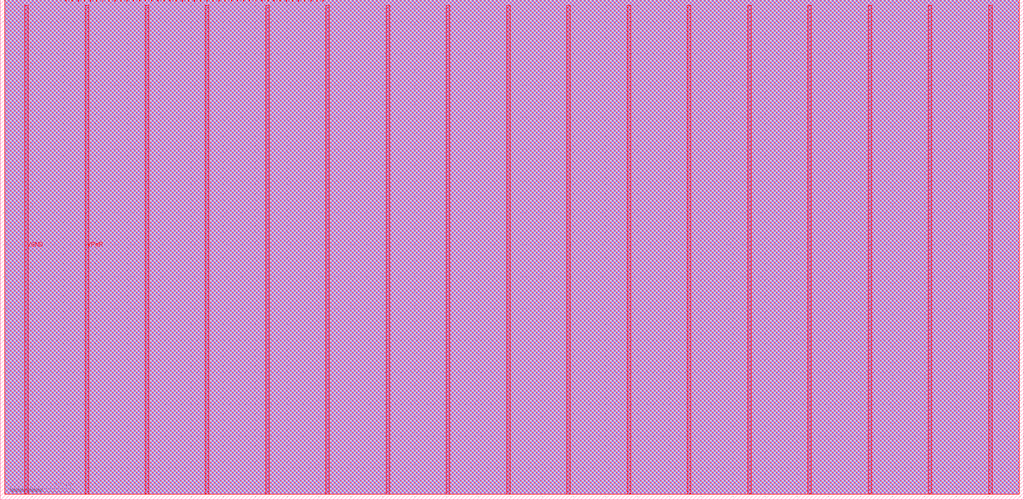
<source format=lef>
VERSION 5.8 ;
BUSBITCHARS "[]" ;
DIVIDERCHAR "/" ;
UNITS
    DATABASE MICRONS 1000 ;
END UNITS

VIA tt_um_2048_vga_game_via1_2_2200_440_1_5_410_410
  VIARULE via1Array ;
  CUTSIZE 0.19 0.19 ;
  LAYERS Metal1 Via1 Metal2 ;
  CUTSPACING 0.22 0.22 ;
  ENCLOSURE 0.01 0.125 0.05 0.005 ;
  ROWCOL 1 5 ;
END tt_um_2048_vga_game_via1_2_2200_440_1_5_410_410

VIA tt_um_2048_vga_game_via2_3_2200_440_1_5_410_410
  VIARULE via2Array ;
  CUTSIZE 0.19 0.19 ;
  LAYERS Metal2 Via2 Metal3 ;
  CUTSPACING 0.22 0.22 ;
  ENCLOSURE 0.05 0.005 0.005 0.05 ;
  ROWCOL 1 5 ;
END tt_um_2048_vga_game_via2_3_2200_440_1_5_410_410

VIA tt_um_2048_vga_game_via3_4_2200_440_1_5_410_410
  VIARULE via3Array ;
  CUTSIZE 0.19 0.19 ;
  LAYERS Metal3 Via3 Metal4 ;
  CUTSPACING 0.22 0.22 ;
  ENCLOSURE 0.005 0.05 0.05 0.005 ;
  ROWCOL 1 5 ;
END tt_um_2048_vga_game_via3_4_2200_440_1_5_410_410

VIA tt_um_2048_vga_game_via4_5_2200_440_1_5_410_410
  VIARULE via4Array ;
  CUTSIZE 0.19 0.19 ;
  LAYERS Metal4 Via4 Metal5 ;
  CUTSPACING 0.22 0.22 ;
  ENCLOSURE 0.05 0.005 0.185 0.05 ;
  ROWCOL 1 5 ;
END tt_um_2048_vga_game_via4_5_2200_440_1_5_410_410

MACRO tt_um_2048_vga_game
  FOREIGN tt_um_2048_vga_game 0 0 ;
  CLASS BLOCK ;
  SIZE 642.24 BY 313.74 ;
  PIN clk
    DIRECTION INPUT ;
    USE SIGNAL ;
    PORT
      LAYER Metal5 ;
        RECT  198.57 312.74 198.87 313.74 ;
    END
  END clk
  PIN ena
    DIRECTION INPUT ;
    USE SIGNAL ;
    PORT
      LAYER Metal5 ;
        RECT  202.41 312.74 202.71 313.74 ;
    END
  END ena
  PIN rst_n
    DIRECTION INPUT ;
    USE SIGNAL ;
    PORT
      LAYER Metal5 ;
        RECT  194.73 312.74 195.03 313.74 ;
    END
  END rst_n
  PIN ui_in[0]
    DIRECTION INPUT ;
    USE SIGNAL ;
    PORT
      LAYER Metal5 ;
        RECT  190.89 312.74 191.19 313.74 ;
    END
  END ui_in[0]
  PIN ui_in[1]
    DIRECTION INPUT ;
    USE SIGNAL ;
    PORT
      LAYER Metal5 ;
        RECT  187.05 312.74 187.35 313.74 ;
    END
  END ui_in[1]
  PIN ui_in[2]
    DIRECTION INPUT ;
    USE SIGNAL ;
    PORT
      LAYER Metal5 ;
        RECT  183.21 312.74 183.51 313.74 ;
    END
  END ui_in[2]
  PIN ui_in[3]
    DIRECTION INPUT ;
    USE SIGNAL ;
    PORT
      LAYER Metal5 ;
        RECT  179.37 312.74 179.67 313.74 ;
    END
  END ui_in[3]
  PIN ui_in[4]
    DIRECTION INPUT ;
    USE SIGNAL ;
    PORT
      LAYER Metal5 ;
        RECT  175.53 312.74 175.83 313.74 ;
    END
  END ui_in[4]
  PIN ui_in[5]
    DIRECTION INPUT ;
    USE SIGNAL ;
    PORT
      LAYER Metal5 ;
        RECT  171.69 312.74 171.99 313.74 ;
    END
  END ui_in[5]
  PIN ui_in[6]
    DIRECTION INPUT ;
    USE SIGNAL ;
    PORT
      LAYER Metal5 ;
        RECT  167.85 312.74 168.15 313.74 ;
    END
  END ui_in[6]
  PIN ui_in[7]
    DIRECTION INPUT ;
    USE SIGNAL ;
    PORT
      LAYER Metal5 ;
        RECT  164.01 312.74 164.31 313.74 ;
    END
  END ui_in[7]
  PIN uio_in[0]
    DIRECTION INPUT ;
    USE SIGNAL ;
    PORT
      LAYER Metal5 ;
        RECT  160.17 312.74 160.47 313.74 ;
    END
  END uio_in[0]
  PIN uio_in[1]
    DIRECTION INPUT ;
    USE SIGNAL ;
    PORT
      LAYER Metal5 ;
        RECT  156.33 312.74 156.63 313.74 ;
    END
  END uio_in[1]
  PIN uio_in[2]
    DIRECTION INPUT ;
    USE SIGNAL ;
    PORT
      LAYER Metal5 ;
        RECT  152.49 312.74 152.79 313.74 ;
    END
  END uio_in[2]
  PIN uio_in[3]
    DIRECTION INPUT ;
    USE SIGNAL ;
    PORT
      LAYER Metal5 ;
        RECT  148.65 312.74 148.95 313.74 ;
    END
  END uio_in[3]
  PIN uio_in[4]
    DIRECTION INPUT ;
    USE SIGNAL ;
    PORT
      LAYER Metal5 ;
        RECT  144.81 312.74 145.11 313.74 ;
    END
  END uio_in[4]
  PIN uio_in[5]
    DIRECTION INPUT ;
    USE SIGNAL ;
    PORT
      LAYER Metal5 ;
        RECT  140.97 312.74 141.27 313.74 ;
    END
  END uio_in[5]
  PIN uio_in[6]
    DIRECTION INPUT ;
    USE SIGNAL ;
    PORT
      LAYER Metal5 ;
        RECT  137.13 312.74 137.43 313.74 ;
    END
  END uio_in[6]
  PIN uio_in[7]
    DIRECTION INPUT ;
    USE SIGNAL ;
    PORT
      LAYER Metal5 ;
        RECT  133.29 312.74 133.59 313.74 ;
    END
  END uio_in[7]
  PIN uio_oe[0]
    DIRECTION OUTPUT ;
    USE SIGNAL ;
    PORT
      LAYER Metal5 ;
        RECT  68.01 312.74 68.31 313.74 ;
    END
  END uio_oe[0]
  PIN uio_oe[1]
    DIRECTION OUTPUT ;
    USE SIGNAL ;
    PORT
      LAYER Metal5 ;
        RECT  64.17 312.74 64.47 313.74 ;
    END
  END uio_oe[1]
  PIN uio_oe[2]
    DIRECTION OUTPUT ;
    USE SIGNAL ;
    PORT
      LAYER Metal5 ;
        RECT  60.33 312.74 60.63 313.74 ;
    END
  END uio_oe[2]
  PIN uio_oe[3]
    DIRECTION OUTPUT ;
    USE SIGNAL ;
    PORT
      LAYER Metal5 ;
        RECT  56.49 312.74 56.79 313.74 ;
    END
  END uio_oe[3]
  PIN uio_oe[4]
    DIRECTION OUTPUT ;
    USE SIGNAL ;
    PORT
      LAYER Metal5 ;
        RECT  52.65 312.74 52.95 313.74 ;
    END
  END uio_oe[4]
  PIN uio_oe[5]
    DIRECTION OUTPUT ;
    USE SIGNAL ;
    PORT
      LAYER Metal5 ;
        RECT  48.81 312.74 49.11 313.74 ;
    END
  END uio_oe[5]
  PIN uio_oe[6]
    DIRECTION OUTPUT ;
    USE SIGNAL ;
    PORT
      LAYER Metal5 ;
        RECT  44.97 312.74 45.27 313.74 ;
    END
  END uio_oe[6]
  PIN uio_oe[7]
    DIRECTION OUTPUT ;
    USE SIGNAL ;
    PORT
      LAYER Metal5 ;
        RECT  41.13 312.74 41.43 313.74 ;
    END
  END uio_oe[7]
  PIN uio_out[0]
    DIRECTION OUTPUT ;
    USE SIGNAL ;
    PORT
      LAYER Metal5 ;
        RECT  98.73 312.74 99.03 313.74 ;
    END
  END uio_out[0]
  PIN uio_out[1]
    DIRECTION OUTPUT ;
    USE SIGNAL ;
    PORT
      LAYER Metal5 ;
        RECT  94.89 312.74 95.19 313.74 ;
    END
  END uio_out[1]
  PIN uio_out[2]
    DIRECTION OUTPUT ;
    USE SIGNAL ;
    PORT
      LAYER Metal5 ;
        RECT  91.05 312.74 91.35 313.74 ;
    END
  END uio_out[2]
  PIN uio_out[3]
    DIRECTION OUTPUT ;
    USE SIGNAL ;
    PORT
      LAYER Metal5 ;
        RECT  87.21 312.74 87.51 313.74 ;
    END
  END uio_out[3]
  PIN uio_out[4]
    DIRECTION OUTPUT ;
    USE SIGNAL ;
    PORT
      LAYER Metal5 ;
        RECT  83.37 312.74 83.67 313.74 ;
    END
  END uio_out[4]
  PIN uio_out[5]
    DIRECTION OUTPUT ;
    USE SIGNAL ;
    PORT
      LAYER Metal5 ;
        RECT  79.53 312.74 79.83 313.74 ;
    END
  END uio_out[5]
  PIN uio_out[6]
    DIRECTION OUTPUT ;
    USE SIGNAL ;
    PORT
      LAYER Metal5 ;
        RECT  75.69 312.74 75.99 313.74 ;
    END
  END uio_out[6]
  PIN uio_out[7]
    DIRECTION OUTPUT ;
    USE SIGNAL ;
    PORT
      LAYER Metal5 ;
        RECT  71.85 312.74 72.15 313.74 ;
    END
  END uio_out[7]
  PIN uo_out[0]
    DIRECTION OUTPUT ;
    USE SIGNAL ;
    PORT
      LAYER Metal5 ;
        RECT  129.45 312.74 129.75 313.74 ;
    END
  END uo_out[0]
  PIN uo_out[1]
    DIRECTION OUTPUT ;
    USE SIGNAL ;
    PORT
      LAYER Metal5 ;
        RECT  125.61 312.74 125.91 313.74 ;
    END
  END uo_out[1]
  PIN uo_out[2]
    DIRECTION OUTPUT ;
    USE SIGNAL ;
    PORT
      LAYER Metal5 ;
        RECT  121.77 312.74 122.07 313.74 ;
    END
  END uo_out[2]
  PIN uo_out[3]
    DIRECTION OUTPUT ;
    USE SIGNAL ;
    PORT
      LAYER Metal5 ;
        RECT  117.93 312.74 118.23 313.74 ;
    END
  END uo_out[3]
  PIN uo_out[4]
    DIRECTION OUTPUT ;
    USE SIGNAL ;
    PORT
      LAYER Metal5 ;
        RECT  114.09 312.74 114.39 313.74 ;
    END
  END uo_out[4]
  PIN uo_out[5]
    DIRECTION OUTPUT ;
    USE SIGNAL ;
    PORT
      LAYER Metal5 ;
        RECT  110.25 312.74 110.55 313.74 ;
    END
  END uo_out[5]
  PIN uo_out[6]
    DIRECTION OUTPUT ;
    USE SIGNAL ;
    PORT
      LAYER Metal5 ;
        RECT  106.41 312.74 106.71 313.74 ;
    END
  END uo_out[6]
  PIN uo_out[7]
    DIRECTION OUTPUT ;
    USE SIGNAL ;
    PORT
      LAYER Metal5 ;
        RECT  102.57 312.74 102.87 313.74 ;
    END
  END uo_out[7]
  PIN VGND
    DIRECTION INOUT ;
    USE GROUND ;
    PORT
      LAYER Metal5 ;
        RECT  620.18 3.56 622.38 310.18 ;
        RECT  544.58 3.56 546.78 310.18 ;
        RECT  468.98 3.56 471.18 310.18 ;
        RECT  393.38 3.56 395.58 310.18 ;
        RECT  317.78 3.56 319.98 310.18 ;
        RECT  242.18 3.56 244.38 310.18 ;
        RECT  166.58 3.56 168.78 310.18 ;
        RECT  90.98 3.56 93.18 310.18 ;
        RECT  15.38 3.56 17.58 310.18 ;
    END
  END VGND
  PIN VPWR
    DIRECTION INOUT ;
    USE POWER ;
    PORT
      LAYER Metal5 ;
        RECT  582.38 3.56 584.58 310.18 ;
        RECT  506.78 3.56 508.98 310.18 ;
        RECT  431.18 3.56 433.38 310.18 ;
        RECT  355.58 3.56 357.78 310.18 ;
        RECT  279.98 3.56 282.18 310.18 ;
        RECT  204.38 3.56 206.58 310.18 ;
        RECT  128.78 3.56 130.98 310.18 ;
        RECT  53.18 3.56 55.38 310.18 ;
    END
  END VPWR
  OBS
    LAYER Metal1 ;
     RECT  2.88 3.56 639.36 313.74 ;
    LAYER Metal2 ;
     RECT  2.88 3.56 639.36 313.74 ;
    LAYER Metal3 ;
     RECT  2.88 3.56 639.36 313.74 ;
    LAYER Metal4 ;
     RECT  2.88 3.56 639.36 313.74 ;
    LAYER Metal5 ;
     RECT  2.88 3.56 639.36 313.74 ;
  END
END tt_um_2048_vga_game
END LIBRARY

</source>
